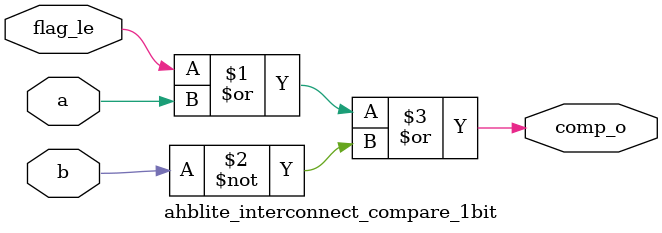
<source format=sv>
module ahblite_interconnect_compare_1bit (
    output logic    comp_o,
    input           flag_le, //flag larger or equal
    input           a,
    input           b
);
    ////////////////////////////////////////////////////////////////////////////
    //design description
    ////////////////////////////////////////////////////////////////////////////
    assign comp_o = flag_le | a | ~b;
endmodule

</source>
